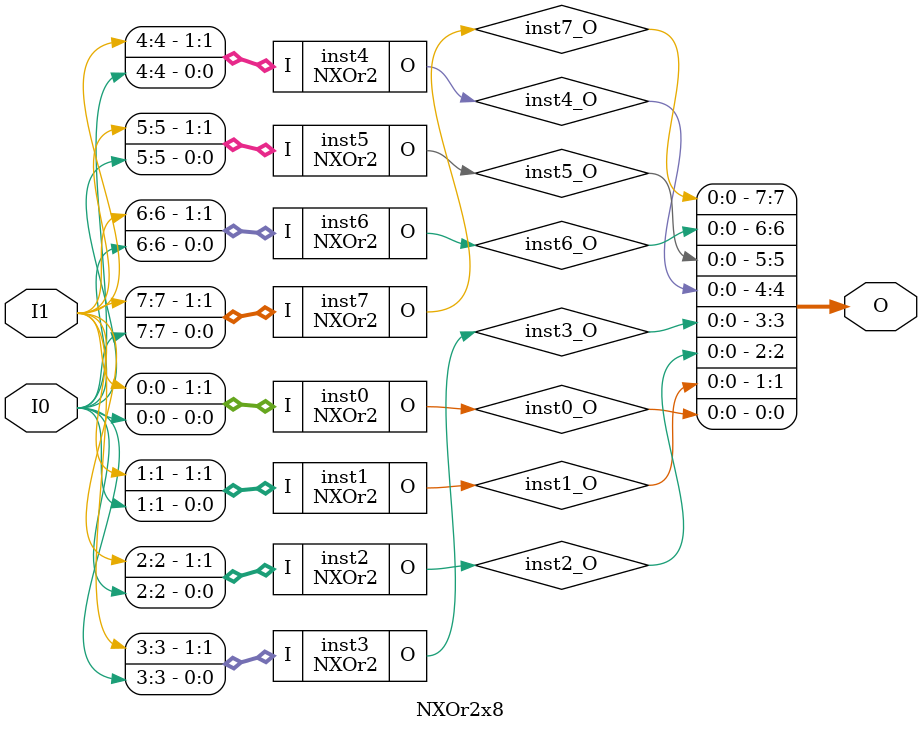
<source format=v>
module NXOr2 (input [1:0] I, output  O);
wire  inst0_O;
SB_LUT4 #(.LUT_INIT(16'h9999)) inst0 (.I0(I[0]), .I1(I[1]), .I2(1'b0), .I3(1'b0), .O(inst0_O));
assign O = inst0_O;
endmodule

module NXOr2x8 (input [7:0] I0, input [7:0] I1, output [7:0] O);
wire  inst0_O;
wire  inst1_O;
wire  inst2_O;
wire  inst3_O;
wire  inst4_O;
wire  inst5_O;
wire  inst6_O;
wire  inst7_O;
NXOr2 inst0 (.I({I1[0],I0[0]}), .O(inst0_O));
NXOr2 inst1 (.I({I1[1],I0[1]}), .O(inst1_O));
NXOr2 inst2 (.I({I1[2],I0[2]}), .O(inst2_O));
NXOr2 inst3 (.I({I1[3],I0[3]}), .O(inst3_O));
NXOr2 inst4 (.I({I1[4],I0[4]}), .O(inst4_O));
NXOr2 inst5 (.I({I1[5],I0[5]}), .O(inst5_O));
NXOr2 inst6 (.I({I1[6],I0[6]}), .O(inst6_O));
NXOr2 inst7 (.I({I1[7],I0[7]}), .O(inst7_O));
assign O = {inst7_O,inst6_O,inst5_O,inst4_O,inst3_O,inst2_O,inst1_O,inst0_O};
endmodule


</source>
